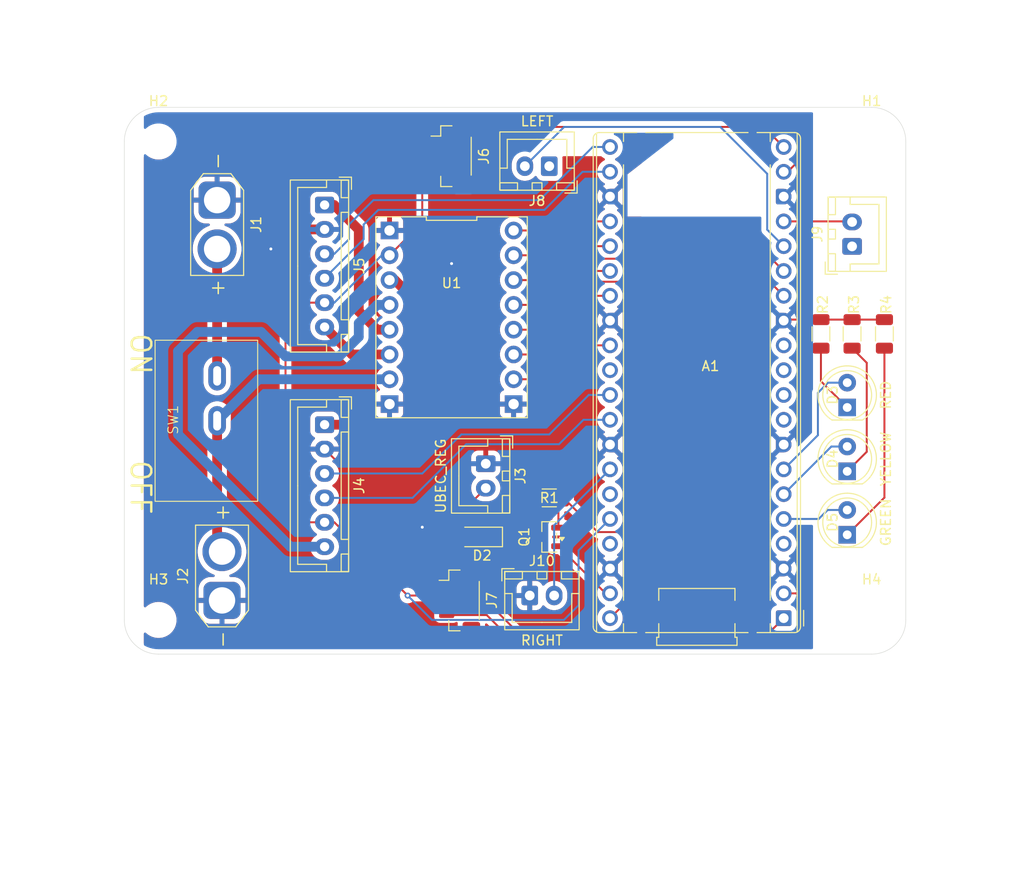
<source format=kicad_pcb>
(kicad_pcb (version 20241229) (generator "pcbnew") (generator_version "9.0")
  (layers (0 "F.Cu" signal) (2 "B.Cu" signal) (13 "F.Paste" user) (15 "B.Paste" user) (5 "F.SilkS" user "F.Silkscreen") (7 "B.SilkS" user "B.Silkscreen") (1 "F.Mask" user) (3 "B.Mask" user) (25 "Edge.Cuts" user))
  (net 0 "")
  (net 1 "/LED_RED")
  (net 4 "+3V3")
  (net 7 "VBUS")
  (net 8 "VSYS")
  (net 9 "/LED_GREEN")
  (net 11 "GND")
  (net 12 "/VAO1")
  (net 13 "/VAO2")
  (net 14 "/+6V_BATT")
  (net 15 "V_MOTOR")
  (net 16 "/VBO1")
  (net 17 "/VBO2")
  (net 18 "/I2C1_SCL")
  (net 19 "/I2C0_SCL")
  (net 20 "/I2C0_SDA")
  (net 21 "/I2C1_SDA")
  (net 22 "/LED_YELLOW")
  (net 24 "/VREG")
  (net 25 "Net-(D2-K)")
  (net 27 "/SHUT_RIGHT")
  (net 28 "Net-(D3-K)")
  (net 29 "/SHUT_FORWARD")
  (net 30 "Net-(D4-K)")
  (net 31 "Net-(D5-K)")
  (net 32 "/L_ENC_A")
  (net 33 "/L_ENC_B")
  (net 34 "/SHUT_LEFT")
  (net 35 "/R_ENC_B")
  (net 36 "/R_ENC_A")
  (net 37 "/PWM_A")
  (net 38 "/PWM_B")
  (net 39 "/STBY")
  (net 40 "/A_IN1")
  (net 41 "/A_IN2")
  (net 42 "/B_IN2")
  (net 43 "/B_IN1")
  (footprint "Connector_JST:JST_XH_B2B-XH-A_1x02_P2.50mm_Vertical" (layer "F.Cu") (at 179 85.7375 90)
    (property "Reference" "J9" (at 1.25 -3.55 90) (layer "F.SilkS"))
    (property "Value" "FORWARD")
    (pad "1" thru_hole roundrect (at 0 0 90) (size 1.7 2) (drill 1) (layers "*.Cu" "*.Mask") (roundrect_rratio 0.147059))
    (pad "2" thru_hole oval (at 2.5 0 90) (size 1.7 2) (drill 1) (layers "*.Cu" "*.Mask") (net 29 "/SHUT_FORWARD"))
  )
  (footprint "Connector_JST:JST_XH_B2B-XH-A_1x02_P2.50mm_Vertical" (layer "F.Cu") (at 146 121.5)
    (property "Reference" "J10" (at 1.25 -3.55 0) (layer "F.SilkS"))
    (property "Value" "RIGHT" (at 1.25 4.6 0) (layer "F.SilkS"))
    (pad "1" thru_hole roundrect (at 0 0) (size 1.7 2) (drill 1) (layers "*.Cu" "*.Mask") (roundrect_rratio 0.147059) (net 11 "GND"))
    (pad "2" thru_hole oval (at 2.5 0) (size 1.7 2) (drill 1) (layers "*.Cu" "*.Mask") (net 27 "/SHUT_RIGHT"))
  )
  (footprint "MountingHole:MountingHole_3.2mm_M3" (layer "F.Cu") (at 181 75)
    (property "Reference" "H1" (at 0 -4.15 0) (layer "F.SilkS"))
    (property "Value" "MountingHole")
    (pad "" np_thru_hole circle (at 0 0) (size 3.2 3.2) (drill 3.2) (layers "*.Cu" "*.Mask"))
  )
  (footprint "Connector_JST:JST_XH_B2B-XH-A_1x02_P2.50mm_Vertical" (layer "F.Cu") (at 148 77.525 180)
    (property "Reference" "J8" (at 1.25 -3.55 180) (layer "F.SilkS"))
    (property "Value" "LEFT" (at 1.25 4.6 180) (layer "F.SilkS"))
    (pad "1" thru_hole roundrect (at 0 0 180) (size 1.7 2) (drill 1) (layers "*.Cu" "*.Mask") (roundrect_rratio 0.147059))
    (pad "2" thru_hole oval (at 2.5 0 180) (size 1.7 2) (drill 1) (layers "*.Cu" "*.Mask") (net 34 "/SHUT_LEFT"))
  )
  (footprint "Connector_AMASS:AMASS_XT30U-F_1x02_P5.0mm_Vertical" (layer "F.Cu") (at 114 81 -90)
    (property "Reference" "J1" (at 2.5 -4 270) (layer "F.SilkS"))
    (property "Value" "BATT_IN")
    (fp_text user "-" (at -4 0 270) (layer "F.SilkS") (effects (font (size 1.5 1.5))))
    (fp_text user "+" (at 9 0 270) (layer "F.SilkS") (effects (font (size 1.5 1.5))))
    (pad "1" thru_hole roundrect (at 0 0 270) (size 3.8 3.8) (drill 2.7) (layers "*.Cu" "*.Mask") (roundrect_rratio 0.2) (net 11 "GND"))
    (pad "2" thru_hole circle (at 5 0 270) (size 4 4) (drill 2.7) (layers "*.Cu" "*.Mask") (net 14 "/+6V_BATT"))
  )
  (footprint "Connector_AMASS:AMASS_XT30U-F_1x02_P5.0mm_Vertical" (layer "F.Cu") (at 114.5 122 90)
    (property "Reference" "J2" (at 2.5 -4 90) (layer "F.SilkS"))
    (property "Value" "UBEC_UNREG")
    (fp_text user "+" (at 9 0 90) (layer "F.SilkS") (effects (font (size 1.5 1.5))))
    (fp_text user "-" (at -4 0 90) (layer "F.SilkS") (effects (font (size 1.5 1.5))))
    (pad "1" thru_hole roundrect (at 0 0 90) (size 3.8 3.8) (drill 2.7) (layers "*.Cu" "*.Mask") (roundrect_rratio 0.2) (net 11 "GND"))
    (pad "2" thru_hole circle (at 5 0 90) (size 4 4) (drill 2.7) (layers "*.Cu" "*.Mask") (net 15 "V_MOTOR"))
  )
  (footprint "Connector_JST:JST_XH_B6B-XH-A_1x06_P2.50mm_Vertical" (layer "F.Cu") (at 125 104 -90)
    (property "Reference" "J4" (at 6.25 -3.55 90) (layer "F.SilkS"))
    (property "Value" "R_MOTOR")
    (pad "1" thru_hole roundrect (at 0 0 270) (size 1.7 1.95) (drill 0.95) (layers "*.Cu" "*.Mask") (roundrect_rratio 0.147059) (net 12 "/VAO1"))
    (pad "2" thru_hole oval (at 2.5 0 270) (size 1.7 1.95) (drill 0.95) (layers "*.Cu" "*.Mask") (net 11 "GND"))
    (pad "3" thru_hole oval (at 5 0 270) (size 1.7 1.95) (drill 0.95) (layers "*.Cu" "*.Mask") (net 36 "/R_ENC_A"))
    (pad "4" thru_hole oval (at 7.5 0 270) (size 1.7 1.95) (drill 0.95) (layers "*.Cu" "*.Mask") (net 35 "/R_ENC_B"))
    (pad "5" thru_hole oval (at 10 0 270) (size 1.7 1.95) (drill 0.95) (layers "*.Cu" "*.Mask") (net 4 "+3V3"))
    (pad "6" thru_hole oval (at 12.5 0 270) (size 1.7 1.95) (drill 0.95) (layers "*.Cu" "*.Mask") (net 13 "/VAO2"))
  )
  (footprint "LED_THT:LED_D5.0mm" (layer "F.Cu") (at 178.5 102.2375 90)
    (property "Reference" "D3" (at 1.27 -1.5 90) (layer "F.SilkS"))
    (property "Value" "RED" (at 1.27 3.96 90) (layer "F.SilkS"))
    (pad "1" thru_hole rect (at 0 0 90) (size 1.8 1.8) (drill 0.9) (layers "*.Cu" "*.Mask") (net 28 "Net-(D3-K)"))
    (pad "2" thru_hole circle (at 2.54 0 90) (size 1.8 1.8) (drill 0.9) (layers "*.Cu" "*.Mask") (net 1 "/LED_RED"))
  )
  (footprint "Slide_Switch:GF-123-0054" (layer "F.Cu") (at 112.9 103.6 -90)
    (property "Reference" "SW1" (at -0.1 3.4 90) (layer "F.SilkS") (effects (font (thickness 0.1))))
    (property "Value" "GF_123-0054" (hide yes))
    (pad "1" thru_hole oval (at -4.6 -1.1 270) (size 3 1.8) (drill oval 2 0.8) (layers "*.Cu" "*.Mask") (net 14 "/+6V_BATT"))
    (pad "2" thru_hole oval (at 0 -1.1 270) (size 3 1.8) (drill oval 2 0.8) (layers "*.Cu" "*.Mask") (net 15 "V_MOTOR"))
  )
  (footprint "Resistor_SMD:R_1206_3216Metric" (layer "F.Cu") (at 175.81 94.7 90)
    (property "Reference" "R2" (at 3 0.19 90) (layer "F.SilkS"))
    (property "Value" "220R")
    (pad "1" smd roundrect (at -1.4625 0 90) (size 1.125 1.75) (layers "F.Cu" "F.Mask" "F.Paste") (roundrect_rratio 0.222222) (net 28 "Net-(D3-K)"))
    (pad "2" smd roundrect (at 1.4625 0 90) (size 1.125 1.75) (layers "F.Cu" "F.Mask" "F.Paste") (roundrect_rratio 0.222222) (net 11 "GND"))
  )
  (footprint "Package_TO_SOT_SMD:SOT-23" (layer "F.Cu") (at 148 115.5 180)
    (property "Reference" "Q1" (at 2.5625 0 90) (layer "F.SilkS"))
    (property "Value" "SL2301S")
    (pad "1" smd roundrect (at -0.9375 -0.95 180) (size 1.475 0.6) (layers "F.Cu" "F.Mask" "F.Paste") (net 8 "VSYS"))
    (pad "2" smd roundrect (at -0.9375 0.95 180) (size 1.475 0.6) (layers "F.Cu" "F.Mask" "F.Paste") (net 7 "VBUS"))
    (pad "3" smd roundrect (at 0.9375 0 180) (size 1.475 0.6) (layers "F.Cu" "F.Mask" "F.Paste") (net 25 "Net-(D2-K)"))
  )
  (footprint "Resistor_SMD:R_1206_3216Metric" (layer "F.Cu") (at 179 94.7 90)
    (property "Reference" "R3" (at 3 0.19 90) (layer "F.SilkS"))
    (property "Value" "220R")
    (pad "1" smd roundrect (at -1.4625 0 90) (size 1.125 1.75) (layers "F.Cu" "F.Mask" "F.Paste") (roundrect_rratio 0.222222) (net 30 "Net-(D4-K)"))
    (pad "2" smd roundrect (at 1.4625 0 90) (size 1.125 1.75) (layers "F.Cu" "F.Mask" "F.Paste") (roundrect_rratio 0.222222) (net 11 "GND"))
  )
  (footprint "Connector_JST:JST_SH_BM04B-SRSS-TB_1x04-1MP_P1.00mm_Vertical" (layer "F.Cu") (at 138.825 122 -90)
    (property "Reference" "J7" (at 0 -3.3 90) (layer "F.SilkS"))
    (property "Value" "I2C_1")
    (pad "1" smd roundrect (at -1.5 1.325 270) (size 0.6 1.55) (layers "F.Cu" "F.Mask" "F.Paste") (net 11 "GND"))
    (pad "2" smd roundrect (at -0.5 1.325 270) (size 0.6 1.55) (layers "F.Cu" "F.Mask" "F.Paste") (net 4 "+3V3"))
    (pad "3" smd roundrect (at 0.5 1.325 270) (size 0.6 1.55) (layers "F.Cu" "F.Mask" "F.Paste") (net 20 "/I2C0_SDA"))
    (pad "4" smd roundrect (at 1.5 1.325 270) (size 0.6 1.55) (layers "F.Cu" "F.Mask" "F.Paste") (net 19 "/I2C0_SCL"))
    (pad "MP" smd roundrect (at -2.8 -1.2 270) (size 1.2 1.8) (layers "F.Cu" "F.Mask" "F.Paste") (roundrect_rratio 0.208333))
    (pad "MP" smd roundrect (at 2.8 -1.2 270) (size 1.2 1.8) (layers "F.Cu" "F.Mask" "F.Paste") (roundrect_rratio 0.208333))
  )
  (footprint "Resistor_SMD:R_1206_3216Metric" (layer "F.Cu") (at 148 111.5 180)
    (property "Reference" "R1" (at 0 0 0) (layer "F.SilkS"))
    (property "Value" "100K")
    (pad "1" smd roundrect (at -1.4625 0 180) (size 1.125 1.75) (layers "F.Cu" "F.Mask" "F.Paste") (roundrect_rratio 0.222222) (net 7 "VBUS"))
    (pad "2" smd roundrect (at 1.4625 0 180) (size 1.125 1.75) (layers "F.Cu" "F.Mask" "F.Paste") (roundrect_rratio 0.222222) (net 11 "GND"))
  )
  (footprint "Connector_JST:JST_SH_BM04B-SRSS-TB_1x04-1MP_P1.00mm_Vertical" (layer "F.Cu") (at 138 76.5 -90)
    (property "Reference" "J6" (at 0 -3.3 90) (layer "F.SilkS"))
    (property "Value" "I2C_0")
    (pad "1" smd roundrect (at -1.5 1.325 270) (size 0.6 1.55) (layers "F.Cu" "F.Mask" "F.Paste") (net 11 "GND"))
    (pad "2" smd roundrect (at -0.5 1.325 270) (size 0.6 1.55) (layers "F.Cu" "F.Mask" "F.Paste") (net 4 "+3V3"))
    (pad "3" smd roundrect (at 0.5 1.325 270) (size 0.6 1.55) (layers "F.Cu" "F.Mask" "F.Paste") (net 21 "/I2C1_SDA"))
    (pad "4" smd roundrect (at 1.5 1.325 270) (size 0.6 1.55) (layers "F.Cu" "F.Mask" "F.Paste") (net 18 "/I2C1_SCL"))
    (pad "MP" smd roundrect (at -2.8 -1.2 270) (size 1.2 1.8) (layers "F.Cu" "F.Mask" "F.Paste") (roundrect_rratio 0.208333))
    (pad "MP" smd roundrect (at 2.8 -1.2 270) (size 1.2 1.8) (layers "F.Cu" "F.Mask" "F.Paste") (roundrect_rratio 0.208333))
  )
  (footprint "Diode_SMD:D_SOD-123F" (layer "F.Cu") (at 141 115.5 180)
    (property "Reference" "D2" (at -0.127 -1.905 0) (layer "F.SilkS"))
    (property "Value" "DSK24")
    (pad "1" smd roundrect (at -1.4 0 180) (size 1.1 1.1) (layers "F.Cu" "F.Mask" "F.Paste") (roundrect_rratio 0.2272727273) (net 25 "Net-(D2-K)"))
    (pad "2" smd roundrect (at 1.4 0 180) (size 1.1 1.1) (layers "F.Cu" "F.Mask" "F.Paste") (roundrect_rratio 0.2272727273) (net 24 "/VREG"))
  )
  (footprint "LED_THT:LED_D5.0mm" (layer "F.Cu") (at 178.5 108.7775 90)
    (property "Reference" "D4" (at 1.27 -1.5 90) (layer "F.SilkS"))
    (property "Value" "YELLOW" (at 1.27 3.96 90) (layer "F.SilkS"))
    (pad "1" thru_hole rect (at 0 0 90) (size 1.8 1.8) (drill 0.9) (layers "*.Cu" "*.Mask") (net 30 "Net-(D4-K)"))
    (pad "2" thru_hole circle (at 2.54 0 90) (size 1.8 1.8) (drill 0.9) (layers "*.Cu" "*.Mask") (net 22 "/LED_YELLOW"))
  )
  (footprint "MountingHole:MountingHole_3.2mm_M3" (layer "F.Cu") (at 181 124)
    (property "Reference" "H4" (at 0 -4.15 0) (layer "F.SilkS"))
    (property "Value" "MountingHole")
    (pad "" np_thru_hole circle (at 0 0) (size 3.2 3.2) (drill 3.2) (layers "*.Cu" "*.Mask"))
  )
  (footprint "Connector_JST:JST_XH_B2B-XH-A_1x02_P2.50mm_Vertical" (layer "F.Cu") (at 141.5 108 -90)
    (property "Reference" "J3" (at 1.25 -3.55 90) (layer "F.SilkS"))
    (property "Value" "UBEC_REG" (at 1.25 4.6 90) (layer "F.SilkS"))
    (pad "1" thru_hole roundrect (at 0 0 270) (size 1.7 2) (drill 1) (layers "*.Cu" "*.Mask") (roundrect_rratio 0.147059) (net 11 "GND"))
    (pad "2" thru_hole oval (at 2.5 0 270) (size 1.7 2) (drill 1) (layers "*.Cu" "*.Mask") (net 24 "/VREG"))
  )
  (footprint "Module:RaspberryPi_Pico_Common_THT" (layer "F.Cu") (at 172 123.8175 180)
    (property "Reference" "A1" (at 8.5 25.8175 0) (layer "F.SilkS") (effects (justify left)))
    (property "Value" "RaspberryPi_Pico")
    (pad "1" thru_hole roundrect (at 0 0 180) (size 1.6 1.6) (drill 1) (layers "*.Cu" "*.Mask") (roundrect_rratio 0.125) (net 20 "/I2C0_SDA"))
    (pad "2" thru_hole circle (at 0 2.54 180) (size 1.6 1.6) (drill 1) (layers "*.Cu" "*.Mask") (net 19 "/I2C0_SCL"))
    (pad "3" thru_hole custom (at 0 5.08 180) (size 1.6 1.6) (drill 1) (layers "*.Cu" "*.Mask") (net 11 "GND") (options (clearance outline) (anchor circle)) (primitives (gr_poly (pts (xy 0.8 0.6) (xy 0.8 -0.6) (xy 0.6 -0.8) (xy 0 -0.8) (xy 0 0.8) (xy 0.6 0.8)) (width 0) (fill yes)) (gr_circle (center 0.6 0.6) (end 0.8 0.6) (width 0) (fill yes)) (gr_circle (center 0.6 -0.6) (end 0.8 -0.6) (width 0) (fill yes))))
    (pad "4" thru_hole circle (at 0 7.62 180) (size 1.6 1.6) (drill 1) (layers "*.Cu" "*.Mask"))
    (pad "5" thru_hole circle (at 0 10.16 180) (size 1.6 1.6) (drill 1) (layers "*.Cu" "*.Mask") (net 9 "/LED_GREEN"))
    (pad "6" thru_hole circle (at 0 12.7 180) (size 1.6 1.6) (drill 1) (layers "*.Cu" "*.Mask") (net 22 "/LED_YELLOW"))
    (pad "7" thru_hole circle (at 0 15.24 180) (size 1.6 1.6) (drill 1) (layers "*.Cu" "*.Mask") (net 1 "/LED_RED"))
    (pad "8" thru_hole custom (at 0 17.78 180) (size 1.6 1.6) (drill 1) (layers "*.Cu" "*.Mask") (net 11 "GND") (options (clearance outline) (anchor circle)) (primitives (gr_poly (pts (xy 0.8 0.6) (xy 0.8 -0.6) (xy 0.6 -0.8) (xy 0 -0.8) (xy 0 0.8) (xy 0.6 0.8)) (width 0) (fill yes)) (gr_circle (center 0.6 0.6) (end 0.8 0.6) (width 0) (fill yes)) (gr_circle (center 0.6 -0.6) (end 0.8 -0.6) (width 0) (fill yes))))
    (pad "9" thru_hole circle (at 0 20.32 180) (size 1.6 1.6) (drill 1) (layers "*.Cu" "*.Mask"))
    (pad "10" thru_hole circle (at 0 22.86 180) (size 1.6 1.6) (drill 1) (layers "*.Cu" "*.Mask"))
    (pad "11" thru_hole circle (at 0 25.4 180) (size 1.6 1.6) (drill 1) (layers "*.Cu" "*.Mask"))
    (pad "12" thru_hole circle (at 0 27.94 180) (size 1.6 1.6) (drill 1) (layers "*.Cu" "*.Mask"))
    (pad "13" thru_hole custom (at 0 30.48 180) (size 1.6 1.6) (drill 1) (layers "*.Cu" "*.Mask") (net 11 "GND") (options (clearance outline) (anchor circle)) (primitives (gr_poly (pts (xy 0.8 0.6) (xy 0.8 -0.6) (xy 0.6 -0.8) (xy 0 -0.8) (xy 0 0.8) (xy 0.6 0.8)) (width 0) (fill yes)) (gr_circle (center 0.6 0.6) (end 0.8 0.6) (width 0) (fill yes)) (gr_circle (center 0.6 -0.6) (end 0.8 -0.6) (width 0) (fill yes))))
    (pad "14" thru_hole circle (at 0 33.02 180) (size 1.6 1.6) (drill 1) (layers "*.Cu" "*.Mask") (net 43 "/B_IN1"))
    (pad "15" thru_hole circle (at 0 35.56 180) (size 1.6 1.6) (drill 1) (layers "*.Cu" "*.Mask") (net 40 "/A_IN1"))
    (pad "16" thru_hole circle (at 0 38.1 180) (size 1.6 1.6) (drill 1) (layers "*.Cu" "*.Mask") (net 34 "/SHUT_LEFT"))
    (pad "17" thru_hole circle (at 0 40.64 180) (size 1.6 1.6) (drill 1) (layers "*.Cu" "*.Mask") (net 29 "/SHUT_FORWARD"))
    (pad "18" thru_hole custom (at 0 43.18 180) (size 1.6 1.6) (drill 1) (layers "*.Cu" "*.Mask") (net 11 "GND") (options (clearance outline) (anchor circle)) (primitives (gr_poly (pts (xy 0.8 0.6) (xy 0.8 -0.6) (xy 0.6 -0.8) (xy 0 -0.8) (xy 0 0.8) (xy 0.6 0.8)) (width 0) (fill yes)) (gr_circle (center 0.6 0.6) (end 0.8 0.6) (width 0) (fill yes)) (gr_circle (center 0.6 -0.6) (end 0.8 -0.6) (width 0) (fill yes))))
    (pad "19" thru_hole circle (at 0 45.72 180) (size 1.6 1.6) (drill 1) (layers "*.Cu" "*.Mask") (net 21 "/I2C1_SDA"))
    (pad "20" thru_hole circle (at 0 48.26 180) (size 1.6 1.6) (drill 1) (layers "*.Cu" "*.Mask") (net 18 "/I2C1_SCL"))
    (pad "21" thru_hole circle (at 17.78 48.26 180) (size 1.6 1.6) (drill 1) (layers "*.Cu" "*.Mask") (net 32 "/L_ENC_A"))
    (pad "22" thru_hole circle (at 17.78 45.72 180) (size 1.6 1.6) (drill 1) (layers "*.Cu" "*.Mask") (net 33 "/L_ENC_B"))
    (pad "23" thru_hole custom (at 17.78 43.18 180) (size 1.6 1.6) (drill 1) (layers "*.Cu" "*.Mask") (net 11 "GND") (options (clearance outline) (anchor circle)) (primitives (gr_poly (pts (xy -0.8 0.6) (xy -0.8 -0.6) (xy -0.6 -0.8) (xy 0 -0.8) (xy 0 0.8) (xy -0.6 0.8)) (width 0) (fill yes)) (gr_circle (center -0.6 0.6) (end -0.4 0.6) (width 0) (fill yes)) (gr_circle (center -0.6 -0.6) (end -0.4 -0.6) (width 0) (fill yes))))
    (pad "24" thru_hole circle (at 17.78 40.64 180) (size 1.6 1.6) (drill 1) (layers "*.Cu" "*.Mask") (net 37 "/PWM_A"))
    (pad "25" thru_hole circle (at 17.78 38.1 180) (size 1.6 1.6) (drill 1) (layers "*.Cu" "*.Mask") (net 41 "/A_IN2"))
    (pad "26" thru_hole circle (at 17.78 35.56 180) (size 1.6 1.6) (drill 1) (layers "*.Cu" "*.Mask") (net 39 "/STBY"))
    (pad "27" thru_hole circle (at 17.78 33.02 180) (size 1.6 1.6) (drill 1) (layers "*.Cu" "*.Mask") (net 42 "/B_IN2"))
    (pad "28" thru_hole custom (at 17.78 30.48 180) (size 1.6 1.6) (drill 1) (layers "*.Cu" "*.Mask") (net 11 "GND") (options (clearance outline) (anchor circle)) (primitives (gr_poly (pts (xy -0.8 0.6) (xy -0.8 -0.6) (xy -0.6 -0.8) (xy 0 -0.8) (xy 0 0.8) (xy -0.6 0.8)) (width 0) (fill yes)) (gr_circle (center -0.6 0.6) (end -0.4 0.6) (width 0) (fill yes)) (gr_circle (center -0.6 -0.6) (end -0.4 -0.6) (width 0) (fill yes))))
    (pad "29" thru_hole circle (at 17.78 27.94 180) (size 1.6 1.6) (drill 1) (layers "*.Cu" "*.Mask") (net 38 "/PWM_B"))
    (pad "30" thru_hole circle (at 17.78 25.4 180) (size 1.6 1.6) (drill 1) (layers "*.Cu" "*.Mask"))
    (pad "31" thru_hole circle (at 17.78 22.86 180) (size 1.6 1.6) (drill 1) (layers "*.Cu" "*.Mask") (net 36 "/R_ENC_A"))
    (pad "32" thru_hole circle (at 17.78 20.32 180) (size 1.6 1.6) (drill 1) (layers "*.Cu" "*.Mask") (net 35 "/R_ENC_B"))
    (pad "33" thru_hole custom (at 17.78 17.78 180) (size 1.6 1.6) (drill 1) (layers "*.Cu" "*.Mask") (net 11 "GND") (options (clearance outline) (anchor circle)) (primitives (gr_poly (pts (xy -0.8 0.6) (xy -0.8 -0.6) (xy -0.6 -0.8) (xy 0 -0.8) (xy 0 0.8) (xy -0.6 0.8)) (width 0) (fill yes)) (gr_circle (center -0.6 0.6) (end -0.4 0.6) (width 0) (fill yes)) (gr_circle (center -0.6 -0.6) (end -0.4 -0.6) (width 0) (fill yes))))
    (pad "34" thru_hole circle (at 17.78 15.24 180) (size 1.6 1.6) (drill 1) (layers "*.Cu" "*.Mask") (net 27 "/SHUT_RIGHT"))
    (pad "35" thru_hole circle (at 17.78 12.7 180) (size 1.6 1.6) (drill 1) (layers "*.Cu" "*.Mask"))
    (pad "36" thru_hole circle (at 17.78 10.16 180) (size 1.6 1.6) (drill 1) (layers "*.Cu" "*.Mask") (net 4 "+3V3"))
    (pad "37" thru_hole circle (at 17.78 7.62 180) (size 1.6 1.6) (drill 1) (layers "*.Cu" "*.Mask"))
    (pad "38" thru_hole custom (at 17.78 5.08 180) (size 1.6 1.6) (drill 1) (layers "*.Cu" "*.Mask") (net 11 "GND") (options (clearance outline) (anchor circle)) (primitives (gr_poly (pts (xy -0.8 0.6) (xy -0.8 -0.6) (xy -0.6 -0.8) (xy 0 -0.8) (xy 0 0.8) (xy -0.6 0.8)) (width 0) (fill yes)) (gr_circle (center -0.6 0.6) (end -0.4 0.6) (width 0) (fill yes)) (gr_circle (center -0.6 -0.6) (end -0.4 -0.6) (width 0) (fill yes))))
    (pad "39" thru_hole circle (at 17.78 2.54 180) (size 1.6 1.6) (drill 1) (layers "*.Cu" "*.Mask") (net 8 "VSYS"))
    (pad "40" thru_hole circle (at 17.78 0 180) (size 1.6 1.6) (drill 1) (layers "*.Cu" "*.Mask") (net 7 "VBUS"))
    (zone (net 0) (net_name "") (layers "F.Cu" "B.Cu" "F.Paste" "B.Paste") (name "Antenna Copper Keep Out") (connect_pads (clearance 0)) (min_thickness 0.254)
      (keepout (tracks not_allowed) (vias not_allowed) (pads not_allowed) (copperpour not_allowed) (footprints allowed))
      (fill (thermal_gap 0.508) (thermal_bridge_width 0.508))
      (polygon (pts (xy 165.51 74.697605) (xy 170.21 78.347605) (xy 170.21 82.6875) (xy 156.01 82.6875) (xy 156.01 78.347605) (xy 160.71 74.697605) (xy 160.71 73.6875) (xy 165.51 73.6875)))
    )
  )
  (footprint "LED_THT:LED_D5.0mm" (layer "F.Cu") (at 178.5 115.2775 90)
    (property "Reference" "D5" (at 1.27 -1.5 90) (layer "F.SilkS"))
    (property "Value" "GREEN" (at 1.27 3.96 90) (layer "F.SilkS"))
    (pad "1" thru_hole rect (at 0 0 90) (size 1.8 1.8) (drill 0.9) (layers "*.Cu" "*.Mask") (net 31 "Net-(D5-K)"))
    (pad "2" thru_hole circle (at 2.54 0 90) (size 1.8 1.8) (drill 0.9) (layers "*.Cu" "*.Mask") (net 9 "/LED_GREEN"))
  )
  (footprint "Connector_JST:JST_XH_B6B-XH-A_1x06_P2.50mm_Vertical" (layer "F.Cu") (at 125 81.5 -90)
    (property "Reference" "J5" (at 6.25 -3.55 90) (layer "F.SilkS"))
    (property "Value" "L_MOTOR")
    (pad "1" thru_hole roundrect (at 0 0 270) (size 1.7 1.95) (drill 0.95) (layers "*.Cu" "*.Mask") (roundrect_rratio 0.147059) (net 17 "/VBO2"))
    (pad "2" thru_hole oval (at 2.5 0 270) (size 1.7 1.95) (drill 0.95) (layers "*.Cu" "*.Mask") (net 11 "GND"))
    (pad "3" thru_hole oval (at 5 0 270) (size 1.7 1.95) (drill 0.95) (layers "*.Cu" "*.Mask") (net 32 "/L_ENC_A"))
    (pad "4" thru_hole oval (at 7.5 0 270) (size 1.7 1.95) (drill 0.95) (layers "*.Cu" "*.Mask") (net 33 "/L_ENC_B"))
    (pad "5" thru_hole oval (at 10 0 270) (size 1.7 1.95) (drill 0.95) (layers "*.Cu" "*.Mask") (net 4 "+3V3"))
    (pad "6" thru_hole oval (at 12.5 0 270) (size 1.7 1.95) (drill 0.95) (layers "*.Cu" "*.Mask") (net 16 "/VBO1"))
  )
  (footprint "MountingHole:MountingHole_3.2mm_M3" (layer "F.Cu") (at 108 124)
    (property "Reference" "H3" (at 0 -4.15 0) (layer "F.SilkS"))
    (property "Value" "MountingHole")
    (pad "" np_thru_hole circle (at 0 0) (size 3.2 3.2) (drill 3.2) (layers "*.Cu" "*.Mask"))
  )
  (footprint "TB6612FBG_POLULU:TB6612FNG_dUAL_MOTOR_DRIVER" (layer "F.Cu") (at 138 93 -90)
    (property "Reference" "U1" (at -3.5 0 0) (layer "F.SilkS"))
    (property "Value" "TB6612_DUAL_MOTOR_DRIVER")
    (pad "1" thru_hole rect (at -8.89 6.35 270) (size 1.8 1.8) (drill 1.06) (layers "*.Cu" "*.Mask") (net 11 "GND"))
    (pad "2" thru_hole circle (at -6.35 6.35 270) (size 1.8 1.8) (drill 1.06) (layers "*.Cu" "*.Mask") (net 4 "+3V3"))
    (pad "3" thru_hole circle (at -3.81 6.35 270) (size 1.8 1.8) (drill 1.06) (layers "*.Cu" "*.Mask") (net 12 "/VAO1"))
    (pad "4" thru_hole circle (at -1.27 6.35 270) (size 1.8 1.8) (drill 1.06) (layers "*.Cu" "*.Mask") (net 13 "/VAO2"))
    (pad "5" thru_hole circle (at 1.27 6.35 270) (size 1.8 1.8) (drill 1.06) (layers "*.Cu" "*.Mask") (net 17 "/VBO2"))
    (pad "6" thru_hole circle (at 3.81 6.35 270) (size 1.8 1.8) (drill 1.06) (layers "*.Cu" "*.Mask") (net 16 "/VBO1"))
    (pad "7" thru_hole circle (at 6.35 6.35 270) (size 1.8 1.8) (drill 1.06) (layers "*.Cu" "*.Mask") (net 15 "V_MOTOR"))
    (pad "8" thru_hole rect (at 8.89 6.35 270) (size 1.8 1.8) (drill 1.06) (layers "*.Cu" "*.Mask") (net 11 "GND"))
    (pad "9" thru_hole rect (at 8.89 -6.35 270) (size 1.8 1.8) (drill 1.06) (layers "*.Cu" "*.Mask") (net 11 "GND"))
    (pad "10" thru_hole circle (at 6.35 -6.35 270) (size 1.8 1.8) (drill 1.06) (layers "*.Cu" "*.Mask") (net 38 "/PWM_B"))
    (pad "11" thru_hole circle (at 3.81 -6.35 270) (size 1.8 1.8) (drill 1.06) (layers "*.Cu" "*.Mask") (net 42 "/B_IN2"))
    (pad "12" thru_hole circle (at 1.27 -6.35 270) (size 1.8 1.8) (drill 1.06) (layers "*.Cu" "*.Mask") (net 43 "/B_IN1"))
    (pad "13" thru_hole circle (at -1.27 -6.35 270) (size 1.8 1.8) (drill 1.06) (layers "*.Cu" "*.Mask") (net 39 "/STBY"))
    (pad "14" thru_hole circle (at -3.81 -6.35 270) (size 1.8 1.8) (drill 1.06) (layers "*.Cu" "*.Mask") (net 40 "/A_IN1"))
    (pad "15" thru_hole circle (at -6.35 -6.35 270) (size 1.8 1.8) (drill 1.06) (layers "*.Cu" "*.Mask") (net 41 "/A_IN2"))
    (pad "16" thru_hole circle (at -8.89 -6.35 270) (size 1.8 1.8) (drill 1.06) (layers "*.Cu" "*.Mask") (net 37 "/PWM_A"))
  )
  (footprint "MountingHole:MountingHole_3.2mm_M3" (layer "F.Cu") (at 108 75)
    (property "Reference" "H2" (at 0 -4.15 0) (layer "F.SilkS"))
    (property "Value" "MountingHole")
    (pad "" np_thru_hole circle (at 0 0) (size 3.2 3.2) (drill 3.2) (layers "*.Cu" "*.Mask"))
  )
  (footprint "Resistor_SMD:R_1206_3216Metric" (layer "F.Cu") (at 182.31 94.7 90)
    (property "Reference" "R4" (at 3 0.19 90) (layer "F.SilkS"))
    (property "Value" "220R")
    (pad "1" smd roundrect (at -1.4625 0 90) (size 1.125 1.75) (layers "F.Cu" "F.Mask" "F.Paste") (roundrect_rratio 0.222222) (net 31 "Net-(D5-K)"))
    (pad "2" smd roundrect (at 1.4625 0 90) (size 1.125 1.75) (layers "F.Cu" "F.Mask" "F.Paste") (roundrect_rratio 0.222222) (net 11 "GND"))
  )
  (gr_line (start 181 127.5) (end 108 127.5) (stroke (width 0.05)) (layer "Edge.Cuts"))
  (gr_arc (start 181 71.5) (mid 183.474874 72.525126) (end 184.5 75) (stroke (width 0.05)) (layer "Edge.Cuts"))
  (gr_arc (start 184.5 124) (mid 183.474874 126.474874) (end 181 127.5) (stroke (width 0.05)) (layer "Edge.Cuts"))
  (gr_line (start 184.5 75) (end 184.5 124) (stroke (width 0.05)) (layer "Edge.Cuts"))
  (gr_arc (start 104.5 75) (mid 105.525126 72.525126) (end 108 71.5) (stroke (width 0.05)) (layer "Edge.Cuts"))
  (gr_line (start 104.5 124) (end 104.5 75) (stroke (width 0.05)) (layer "Edge.Cuts"))
  (gr_arc (start 108 127.5) (mid 105.525126 126.474874) (end 104.5 124) (stroke (width 0.05)) (layer "Edge.Cuts"))
  (gr_line (start 108 71.5) (end 181 71.5) (stroke (width 0.05)) (layer "Edge.Cuts"))
  (gr_text "OFF" (at 105 107.5 270) (layer "F.SilkS") (effects (font (size 2 2) (thickness 0.25)) (justify left bottom)))
  (gr_text "ON" (at 105 94.5 270) (layer "F.SilkS") (effects (font (size 2 2) (thickness 0.25)) (justify left bottom)))
  (segment (start 176.54 99.6975) (end 175.5 100.7375) (width 0.2) (layer "B.Cu") (net 1))
  (segment (start 178.5 99.6975) (end 176.54 99.6975) (width 0.2) (layer "B.Cu") (net 1))
  (segment (start 175.5 100.7375) (end 175.5 105.0775) (width 0.2) (layer "B.Cu") (net 1))
  (segment (start 175.5 105.0775) (end 172 108.5775) (width 0.2) (layer "B.Cu") (net 1))
  (segment (start 134.625 121.5) (end 135 121.5) (width 0.2) (layer "F.Cu") (net 4))
  (segment (start 121 94) (end 121 111.5) (width 0.2) (layer "F.Cu") (net 4))
  (segment (start 121 111.5) (end 123.5 114) (width 0.2) (layer "F.Cu") (net 4))
  (segment (start 123.5 91.5) (end 121 94) (width 0.2) (layer "F.Cu") (net 4))
  (segment (start 136.675 76) (end 135.5 76) (width 0.2) (layer "F.Cu") (net 4))
  (segment (start 126 114) (end 133.5 121.5) (width 0.2) (layer "F.Cu") (net 4))
  (segment (start 135 76.5) (end 135 83.3) (width 0.2) (layer "F.Cu") (net 4))
  (segment (start 135 83.3) (end 131.65 86.65) (width 0.2) (layer "F.Cu") (net 4))
  (segment (start 125 91.5) (end 123.5 91.5) (width 0.2) (layer "F.Cu") (net 4))
  (segment (start 135 121.5) (end 137.5 121.5) (width 0.2) (layer "F.Cu") (net 4))
  (segment (start 133.5 121.5) (end 134.625 121.5) (width 0.2) (layer "F.Cu") (net 4))
  (segment (start 125 114) (end 126 114) (width 0.2) (layer "F.Cu") (net 4))
  (segment (start 135.5 76) (end 135 76.5) (width 0.2) (layer "F.Cu") (net 4))
  (segment (start 123.5 114) (end 125 114) (width 0.2) (layer "F.Cu") (net 4))
  (via (at 133.5 121.5) (size 0.6) (drill 0.3) (layers "F.Cu" "B.Cu") (net 4))
  (segment (start 151 122.5) (end 149.5 124) (width 0.2) (layer "B.Cu") (net 4))
  (segment (start 130.85 86.65) (end 131.65 86.65) (width 0.2) (layer "B.Cu") (net 4))
  (segment (start 136 124) (end 133.5 121.5) (width 0.2) (layer "B.Cu") (net 4))
  (segment (start 151 116.8775) (end 151 122.5) (width 0.2) (layer "B.Cu") (net 4))
  (segment (start 125 91.5) (end 126 91.5) (width 0.2) (layer "B.Cu") (net 4))
  (segment (start 126 91.5) (end 130.85 86.65) (width 0.2) (layer "B.Cu") (net 4))
  (segment (start 154.22 113.6575) (end 151 116.8775) (width 0.2) (layer "B.Cu") (net 4))
  (segment (start 149.5 124) (end 136 124) (width 0.2) (layer "B.Cu") (net 4))
  (segment (start 152.9625 115) (end 149.4625 111.5) (width 0.2) (layer "F.Cu") (net 7))
  (segment (start 155.5 115) (end 152.9625 115) (width 0.2) (layer "F.Cu") (net 7))
  (segment (start 156.5 121.5375) (end 156.5 116) (width 0.2) (layer "F.Cu") (net 7))
  (segment (start 148.9375 114.55) (end 148.9375 112.025) (width 0.2) (layer "F.Cu") (net 7))
  (segment (start 156.5 116) (end 155.5 115) (width 0.2) (layer "F.Cu") (net 7))
  (segment (start 154.22 123.8175) (end 156.5 121.5375) (width 0.2) (layer "F.Cu") (net 7))
  (segment (start 148.9375 112.025) (end 149.4625 111.5) (width 0.2) (layer "F.Cu") (net 7))
  (segment (start 154 121.4975) (end 154.22 121.2775) (width 0.2) (layer "F.Cu") (net 8))
  (segment (start 153.985 121.4975) (end 154 121.4975) (width 0.2) (layer "F.Cu") (net 8))
  (segment (start 148.9375 116.45) (end 153.985 121.4975) (width 0.2) (layer "F.Cu") (net 8))
  (segment (start 176.5 112.7375) (end 175.58 113.6575) (width 0.2) (layer "B.Cu") (net 9))
  (segment (start 178.5 112.7375) (end 176.5 112.7375) (width 0.2) (layer "B.Cu") (net 9))
  (segment (start 175.58 113.6575) (end 172 113.6575) (width 0.2) (layer "B.Cu") (net 9))
  (segment (start 122 84) (end 120 86) (width 1) (layer "F.Cu") (net 11))
  (segment (start 141.5 108) (end 143.0375 108) (width 0.2) (layer "F.Cu") (net 11))
  (segment (start 135 75) (end 131.65 78.35) (width 0.2) (layer "F.Cu") (net 11))
  (segment (start 120 86) (end 119.5 86) (width 1) (layer "F.Cu") (net 11))
  (segment (start 143.0375 108) (end 146.5375 111.5) (width 0.2) (layer "F.Cu") (net 11))
  (segment (start 131.65 78.35) (end 131.65 84.11) (width 0.2) (layer "F.Cu") (net 11))
  (segment (start 129.5 116) (end 134 120.5) (width 0.2) (layer "F.Cu") (net 11))
  (segment (start 125 106.5) (end 129.5 111) (width 0.2) (layer "F.Cu") (net 11))
  (segment (start 172.1 93.2375) (end 172 93.3375) (width 0.2) (layer "F.Cu") (net 11))
  (segment (start 136.675 75) (end 135 75) (width 0.2) (layer "F.Cu") (net 11))
  (segment (start 129.5 111) (end 129.5 116) (width 0.2) (layer "F.Cu") (net 11))
  (segment (start 134 120.5) (end 137.5 120.5) (width 0.2) (layer "F.Cu") (net 11))
  (segment (start 125 84) (end 122 84) (width 1) (layer "F.Cu") (net 11))
  (segment (start 182.31 93.2375) (end 172.1 93.2375) (width 0.2) (layer "F.Cu") (net 11))
  (via (at 119.5 86) (size 0.6) (drill 0.3) (layers "F.Cu" "B.Cu") (net 11))
  (via (at 135 114.5) (size 0.6) (drill 0.3) (layers "F.Cu" "B.Cu") (net 11))
  (via (at 138 87.5) (size 0.6) (drill 0.3) (layers "F.Cu" "B.Cu") (net 11))
  (segment (start 132 106) (end 135 103) (width 1) (layer "F.Cu") (net 12))
  (segment (start 132.19 89.19) (end 131.65 89.19) (width 1) (layer "F.Cu") (net 12))
  (segment (start 127 104) (end 129 106) (width 1) (layer "F.Cu") (net 12))
  (segment (start 135 103) (end 135 92) (width 1) (layer "F.Cu") (net 12))
  (segment (start 129 106) (end 132 106) (width 1) (layer "F.Cu") (net 12))
  (segment (start 135 92) (end 132.19 89.19) (width 1) (layer "F.Cu") (net 12))
  (segment (start 125 104) (end 127 104) (width 1) (layer "F.Cu") (net 12))
  (segment (start 128.5 93.607208) (end 128.5 95) (width 1) (layer "B.Cu") (net 13))
  (segment (start 128.5 95) (end 126.5 97) (width 1) (layer "B.Cu") (net 13))
  (segment (start 131.65 91.73) (end 130.377208 91.73) (width 1) (layer "B.Cu") (net 13))
  (segment (start 109.995173 104.995173) (end 121.5 116.5) (width 1) (layer "B.Cu") (net 13))
  (segment (start 111.967898 94.5) (end 109.995173 96.472725) (width 1) (layer "B.Cu") (net 13))
  (segment (start 109.995173 96.472725) (end 109.995173 104.995173) (width 1) (layer "B.Cu") (net 13))
  (segment (start 130.377208 91.73) (end 128.5 93.607208) (width 1) (layer "B.Cu") (net 13))
  (segment (start 121 97) (end 118.5 94.5) (width 1) (layer "B.Cu") (net 13))
  (segment (start 126.5 97) (end 121 97) (width 1) (layer "B.Cu") (net 13))
  (segment (start 121.5 116.5) (end 125 116.5) (width 1) (layer "B.Cu") (net 13))
  (segment (start 118.5 94.5) (end 111.967898 94.5) (width 1) (layer "B.Cu") (net 13))
  (segment (start 114 86) (end 114 99) (width 1) (layer "F.Cu") (net 14))
  (segment (start 114 87) (end 113 86) (width 1) (layer "F.Cu") (net 14))
  (segment (start 114 103.6) (end 114 117) (width 1) (layer "F.Cu") (net 15))
  (segment (start 114 103.6) (end 118.25 99.35) (width 1) (layer "B.Cu") (net 15))
  (segment (start 118.25 99.35) (end 131.65 99.35) (width 1) (layer "B.Cu") (net 15))
  (segment (start 127.81 96.81) (end 131.65 96.81) (width 1) (layer "F.Cu") (net 16))
  (segment (start 125 94) (end 127.81 96.81) (width 1) (layer "F.Cu") (net 16))
  (segment (start 128.5 92.392792) (end 130.377208 94.27) (width 1) (layer "F.Cu") (net 17))
  (segment (start 125.975 81.5) (end 128.5 84.025) (width 1) (layer "F.Cu") (net 17))
  (segment (start 128.5 84.025) (end 128.5 92.392792) (width 1) (layer "F.Cu") (net 17))
  (segment (start 130.377208 94.27) (end 131.65 94.27) (width 1) (layer "F.Cu") (net 17))
  (segment (start 125 81.5) (end 125.975 81.5) (width 1) (layer "F.Cu") (net 17))
  (segment (start 140.5 78) (end 145 73.5) (width 0.2) (layer "F.Cu") (net 18))
  (segment (start 169.9425 73.5) (end 172 75.5575) (width 0.2) (layer "F.Cu") (net 18))
  (segment (start 145 73.5) (end 169.9425 73.5) (width 0.2) (layer "F.Cu") (net 18))
  (segment (start 136.675 78) (end 140.5 78) (width 0.2) (layer "F.Cu") (net 18))
  (segment (start 173.5 121.5) (end 174 122) (width 0.2) (layer "F.Cu") (net 19))
  (segment (start 137.5 123.5) (end 141.601 123.5) (width 0.2) (layer "F.Cu") (net 19))
  (segment (start 174 122) (end 174 125) (width 0.2) (layer "F.Cu") (net 19))
  (segment (start 141.601 123.5) (end 144.5 126.399) (width 0.2) (layer "F.Cu") (net 19))
  (segment (start 174 125) (end 172.601 126.399) (width 0.2) (layer "F.Cu") (net 19))
  (segment (start 172.601 126.399) (end 144.5 126.399) (width 0.2) (layer "F.Cu") (net 19))
  (segment (start 173.2775 121.2775) (end 173.5 121.5) (width 0.2) (layer "F.Cu") (net 19))
  (segment (start 172 121.2775) (end 173.2775 121.2775) (width 0.2) (layer "F.Cu") (net 19))
  (segment (start 145 125.5) (end 170.3175 125.5) (width 0.2) (layer "F.Cu") (net 20))
  (segment (start 137.5 122.5) (end 142 122.5) (width 0.2) (layer "F.Cu") (net 20))
  (segment (start 170.3175 125.5) (end 172 123.8175) (width 0.2) (layer "F.Cu") (net 20))
  (segment (start 142 122.5) (end 145 125.5) (width 0.2) (layer "F.Cu") (net 20))
  (segment (start 174.5 76) (end 172.4025 78.0975) (width 0.2) (layer "F.Cu") (net 21))
  (segment (start 136.675 77) (end 139.5 77) (width 0.2) (layer "F.Cu") (net 21))
  (segment (start 174.5 74) (end 174.5 76) (width 0.2) (layer "F.Cu") (net 21))
  (segment (start 172.4025 78.0975) (end 172 78.0975) (width 0.2) (layer "F.Cu") (net 21))
  (segment (start 139.5 77) (end 144 72.5) (width 0.2) (layer "F.Cu") (net 21))
  (segment (start 144 72.5) (end 173 72.5) (width 0.2) (layer "F.Cu") (net 21))
  (segment (start 173 72.5) (end 174.5 74) (width 0.2) (layer "F.Cu") (net 21))
  (segment (start 176.88 106.2375) (end 172 111.1175) (width 0.2) (layer "B.Cu") (net 22))
  (segment (start 178.5 106.2375) (end 176.88 106.2375) (width 0.2) (layer "B.Cu") (net 22))
  (segment (start 141.5 110.5) (end 139.6 112.4) (width 0.2) (layer "F.Cu") (net 24))
  (segment (start 139.6 112.4) (end 139.6 115.5) (width 0.2) (layer "F.Cu") (net 24))
  (segment (start 142.4 115.5) (end 147.0625 115.5) (width 0.2) (layer "F.Cu") (net 25))
  (segment (start 148.5 114.2975) (end 148.5 121.5) (width 0.2) (layer "B.Cu") (net 27))
  (segment (start 154.22 108.5775) (end 148.5 114.2975) (width 0.2) (layer "B.Cu") (net 27))
  (segment (start 175.81 99.5475) (end 178.5 102.2375) (width 0.2) (layer "F.Cu") (net 28))
  (segment (start 175.81 96.1625) (end 175.81 99.5475) (width 0.2) (layer "F.Cu") (net 28))
  (segment (start 172 83.1775) (end 178.94 83.1775) (width 0.2) (layer "F.Cu") (net 29))
  (segment (start 178.94 83.1775) (end 179 83.2375) (width 0.2) (layer "F.Cu") (net 29))
  (segment (start 172.06 83.2375) (end 172 83.1775) (width 0.2) (layer "F.Cu") (net 29))
  (segment (start 180.5 106.7775) (end 178.5 108.7775) (width 0.2) (layer "F.Cu") (net 30))
  (segment (start 179 96.1625) (end 180.5 97.6625) (width 0.2) (layer "F.Cu") (net 30))
  (segment (start 180.5 97.6625) (end 180.5 106.7775) (width 0.2) (layer "F.Cu") (net 30))
  (segment (start 182.31 96.1625) (end 182.31 111.4675) (width 0.2) (layer "F.Cu") (net 31))
  (segment (start 182.31 111.4675) (end 178.5 115.2775) (width 0.2) (layer "F.Cu") (net 31))
  (segment (start 152.5575 75.5575) (end 154.22 75.5575) (width 0.2) (layer "B.Cu") (net 32))
  (segment (start 130 81) (end 147 81) (width 0.2) (layer "B.Cu") (net 32))
  (segment (start 126 86.5) (end 127.5 85) (width 0.2) (layer "B.Cu") (net 32))
  (segment (start 147 81) (end 152.5 75.5) (width 0.2) (layer "B.Cu") (net 32))
  (segment (start 127.5 83.5) (end 130 81) (width 0.2) (layer "B.Cu") (net 32))
  (segment (start 125 86.5) (end 126 86.5) (width 0.2) (layer "B.Cu") (net 32))
  (segment (start 127.5 85) (end 127.5 83.5) (width 0.2) (layer "B.Cu") (net 32))
  (segment (start 152.5 75.5) (end 152.5575 75.5575) (width 0.2) (layer "B.Cu") (net 32))
  (segment (start 129 85) (end 129 83.5) (width 0.2) (layer "B.Cu") (net 33))
  (segment (start 125 89) (end 129 85) (width 0.2) (layer "B.Cu") (net 33))
  (segment (start 151.4025 78.0975) (end 147.5 82) (width 0.2) (layer "B.Cu") (net 33))
  (segment (start 130.5 82) (end 147.5 82) (width 0.2) (layer "B.Cu") (net 33))
  (segment (start 129 83.5) (end 130.5 82) (width 0.2) (layer "B.Cu") (net 33))
  (segment (start 154.22 78.0975) (end 151.4025 78.0975) (width 0.2) (layer "B.Cu") (net 33))
  (segment (start 170.311 84.0285) (end 170.311 78.305769) (width 0.2) (layer "B.Cu") (net 34))
  (segment (start 149.525 73.5) (end 145.5 77.525) (width 0.2) (layer "B.Cu") (net 34))
  (segment (start 170.311 78.305769) (end 165.505231 73.5) (width 0.2) (layer "B.Cu") (net 34))
  (segment (start 165.505231 73.5) (end 149.525 73.5) (width 0.2) (layer "B.Cu") (net 34))
  (segment (start 172 85.7175) (end 170.311 84.0285) (width 0.2) (layer "B.Cu") (net 34))
  (segment (start 149 106) (end 151.5025 103.4975) (width 0.2) (layer "B.Cu") (net 35))
  (segment (start 134 111.5) (end 139.5 106) (width 0.2) (layer "B.Cu") (net 35))
  (segment (start 125 111.5) (end 134 111.5) (width 0.2) (layer "B.Cu") (net 35))
  (segment (start 151.5025 103.4975) (end 154.22 103.4975) (width 0.2) (layer "B.Cu") (net 35))
  (segment (start 139.5 106) (end 149 106) (width 0.2) (layer "B.Cu") (net 35))
  (segment (start 135 109) (end 125 109) (width 0.2) (layer "B.Cu") (net 36))
  (segment (start 152.0425 100.9575) (end 148 105) (width 0.2) (layer "B.Cu") (net 36))
  (segment (start 148 105) (end 139 105) (width 0.2) (layer "B.Cu") (net 36))
  (segment (start 154.22 100.9575) (end 152.0425 100.9575) (width 0.2) (layer "B.Cu") (net 36))
  (segment (start 139 105) (end 135 109) (width 0.2) (layer "B.Cu") (net 36))
  (segment (start 148.39 84.11) (end 149.3225 83.1775) (width 0.2) (layer "F.Cu") (net 37))
  (segment (start 144.35 84.11) (end 148.39 84.11) (width 0.2) (layer "F.Cu") (net 37))
  (segment (start 149.3225 83.1775) (end 154.22 83.1775) (width 0.2) (layer "F.Cu") (net 37))
  (segment (start 144.35 99.35) (end 148.65 99.35) (width 0.2) (layer "F.Cu") (net 38))
  (segment (start 152.1225 95.8775) (end 154.22 95.8775) (width 0.2) (layer "F.Cu") (net 38))
  (segment (start 148.65 99.35) (end 152.1225 95.8775) (width 0.2) (layer "F.Cu") (net 38))
  (segment (start 151.2425 88.2575) (end 154.22 88.2575) (width 0.2) (layer "F.Cu") (net 39))
  (segment (start 147.77 91.73) (end 151.2425 88.2575) (width 0.2) (layer "F.Cu") (net 39))
  (segment (start 144.35 91.73) (end 147.77 91.73) (width 0.2) (layer "F.Cu") (net 39))
  (segment (start 150.5 87) (end 170.7425 87) (width 0.2) (layer "F.Cu") (net 40))
  (segment (start 144.35 89.19) (end 148.31 89.19) (width 0.2) (layer "F.Cu") (net 40))
  (segment (start 170.7425 87) (end 172 88.2575) (width 0.2) (layer "F.Cu") (net 40))
  (segment (start 148.31 89.19) (end 150.5 87) (width 0.2) (layer "F.Cu") (net 40))
  (segment (start 148.85 86.65) (end 149.7825 85.7175) (width 0.2) (layer "F.Cu") (net 41))
  (segment (start 149.7825 85.7175) (end 154.22 85.7175) (width 0.2) (layer "F.Cu") (net 41))
  (segment (start 144.35 86.65) (end 148.85 86.65) (width 0.2) (layer "F.Cu") (net 41))
  (segment (start 152.7025 90.7975) (end 154.22 90.7975) (width 0.2) (layer "F.Cu") (net 42))
  (segment (start 146.69 96.81) (end 152.7025 90.7975) (width 0.2) (layer "F.Cu") (net 42))
  (segment (start 144.35 96.81) (end 146.69 96.81) (width 0.2) (layer "F.Cu") (net 42))
  (segment (start 170.561 89.3585) (end 172 90.7975) (width 0.2) (layer "F.Cu") (net 43))
  (segment (start 152.1415 89.3585) (end 170.561 89.3585) (width 0.2) (layer "F.Cu") (net 43))
  (segment (start 144.35 94.27) (end 147.23 94.27) (width 0.2) (layer "F.Cu") (net 43))
  (segment (start 147.23 94.27) (end 152.1415 89.3585) (width 0.2) (layer "F.Cu") (net 43))
  (zone (net 11) (net_name "GND") (layer "F.Cu") (priority 1) (connect_pads (clearance 0.5)) (min_thickness 0.25) (fill yes (thermal_gap 0.5) (thermal_bridge_width 0.5))
    (polygon (pts (xy 157.5 126.5) (xy 106.5 126.5) (xy 106.5 76.5) (xy 157.5 76.5)))
    (polygon (pts (xy 125.5 83) (xy 125.5 94) (xy 128 96.5) (xy 131.5 96.5) (xy 131.5 94.5) (xy 128.5 92.5) (xy 128.5 84) (xy 127.5 83)))
  )
  (zone (net 11) (net_name "GND") (layer "B.Cu") (connect_pads (clearance 0.5)) (min_thickness 0.25) (fill yes (thermal_gap 0.5) (thermal_bridge_width 0.5))
    (polygon (pts (xy 175 127) (xy 106.5 127) (xy 106.5 72) (xy 175 72)))
    (polygon (pts (xy 149.5 74) (xy 145.5 77.5) (xy 148.5 79.5) (xy 154.5 74)))
  )
)
</source>
